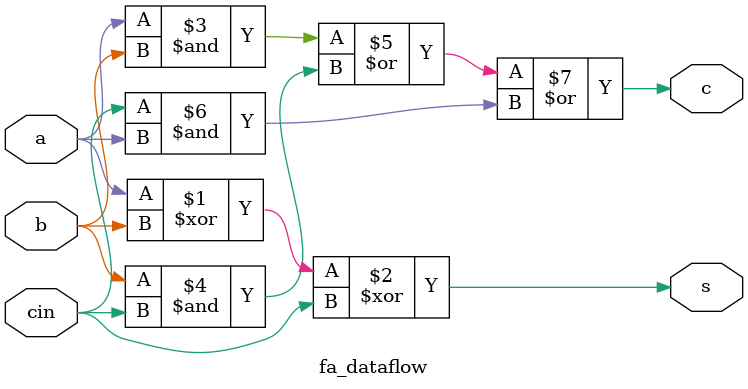
<source format=v>
module fa_dataflow (s, c, a, b, cin);

output s, c;
input a, b, cin;

assign s = a ^ b ^ cin;
assign c = (a & b) | (b & cin) | (cin & a);

endmodule
</source>
